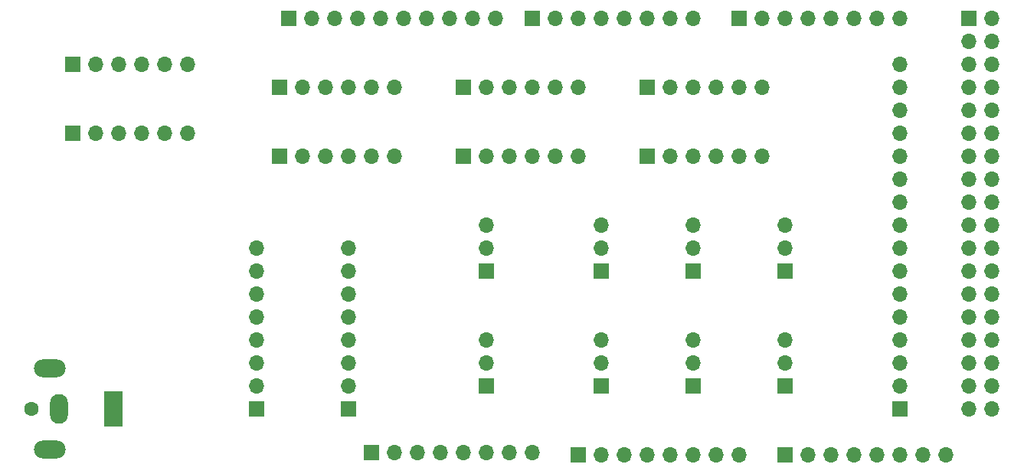
<source format=gbr>
%TF.GenerationSoftware,KiCad,Pcbnew,(7.0.0)*%
%TF.CreationDate,2023-03-06T13:52:23-05:00*%
%TF.ProjectId,warmingTray_v2,7761726d-696e-4675-9472-61795f76322e,rev?*%
%TF.SameCoordinates,Original*%
%TF.FileFunction,Soldermask,Bot*%
%TF.FilePolarity,Negative*%
%FSLAX46Y46*%
G04 Gerber Fmt 4.6, Leading zero omitted, Abs format (unit mm)*
G04 Created by KiCad (PCBNEW (7.0.0)) date 2023-03-06 13:52:23*
%MOMM*%
%LPD*%
G01*
G04 APERTURE LIST*
%ADD10R,1.700000X1.700000*%
%ADD11O,1.700000X1.700000*%
%ADD12C,1.600000*%
%ADD13R,2.000000X4.000000*%
%ADD14O,2.000000X3.300000*%
%ADD15O,3.500000X2.000000*%
G04 APERTURE END LIST*
D10*
%TO.C,PAD5-1*%
X129539999Y-114299999D03*
D11*
X129539999Y-111759999D03*
X129539999Y-109219999D03*
X129539999Y-106679999D03*
X129539999Y-104139999D03*
X129539999Y-101599999D03*
X129539999Y-99059999D03*
X129539999Y-96519999D03*
%TD*%
D10*
%TO.C,P1*%
X142239999Y-119125999D03*
D11*
X144779999Y-119125999D03*
X147319999Y-119125999D03*
X149859999Y-119125999D03*
X152399999Y-119125999D03*
X154939999Y-119125999D03*
X157479999Y-119125999D03*
X160019999Y-119125999D03*
%TD*%
D10*
%TO.C,TR4*%
X187959999Y-99059999D03*
D11*
X187959999Y-96519999D03*
X187959999Y-93979999D03*
%TD*%
D10*
%TO.C,TR6*%
X167639999Y-111759999D03*
D11*
X167639999Y-109219999D03*
X167639999Y-106679999D03*
%TD*%
D10*
%TO.C,BO5*%
X109219999Y-83819999D03*
D11*
X111759999Y-83819999D03*
X114299999Y-83819999D03*
X116839999Y-83819999D03*
X119379999Y-83819999D03*
X121919999Y-83819999D03*
%TD*%
D10*
%TO.C,TR5*%
X154939999Y-111759999D03*
D11*
X154939999Y-109219999D03*
X154939999Y-106679999D03*
%TD*%
D10*
%TO.C,BO8*%
X172719999Y-86359999D03*
D11*
X175259999Y-86359999D03*
X177799999Y-86359999D03*
X180339999Y-86359999D03*
X182879999Y-86359999D03*
X185419999Y-86359999D03*
%TD*%
D10*
%TO.C,BO3*%
X152399999Y-78739999D03*
D11*
X154939999Y-78739999D03*
X157479999Y-78739999D03*
X160019999Y-78739999D03*
X162559999Y-78739999D03*
X165099999Y-78739999D03*
%TD*%
D10*
%TO.C,TR1*%
X154939999Y-99059999D03*
D11*
X154939999Y-96519999D03*
X154939999Y-93979999D03*
%TD*%
D10*
%TO.C,BO7*%
X152399999Y-86359999D03*
D11*
X154939999Y-86359999D03*
X157479999Y-86359999D03*
X160019999Y-86359999D03*
X162559999Y-86359999D03*
X165099999Y-86359999D03*
%TD*%
D10*
%TO.C,P4*%
X208279999Y-71119999D03*
D11*
X210819999Y-71119999D03*
X208279999Y-73659999D03*
X210819999Y-73659999D03*
X208279999Y-76199999D03*
X210819999Y-76199999D03*
X208279999Y-78739999D03*
X210819999Y-78739999D03*
X208279999Y-81279999D03*
X210819999Y-81279999D03*
X208279999Y-83819999D03*
X210819999Y-83819999D03*
X208279999Y-86359999D03*
X210819999Y-86359999D03*
X208279999Y-88899999D03*
X210819999Y-88899999D03*
X208279999Y-91439999D03*
X210819999Y-91439999D03*
X208279999Y-93979999D03*
X210819999Y-93979999D03*
X208279999Y-96519999D03*
X210819999Y-96519999D03*
X208279999Y-99059999D03*
X210819999Y-99059999D03*
X208279999Y-101599999D03*
X210819999Y-101599999D03*
X208279999Y-104139999D03*
X210819999Y-104139999D03*
X208279999Y-106679999D03*
X210819999Y-106679999D03*
X208279999Y-109219999D03*
X210819999Y-109219999D03*
X208279999Y-111759999D03*
X210819999Y-111759999D03*
X208279999Y-114299999D03*
X210819999Y-114299999D03*
%TD*%
D10*
%TO.C,PAD1-1*%
X139699999Y-114299999D03*
D11*
X139699999Y-111759999D03*
X139699999Y-109219999D03*
X139699999Y-106679999D03*
X139699999Y-104139999D03*
X139699999Y-101599999D03*
X139699999Y-99059999D03*
X139699999Y-96519999D03*
%TD*%
D10*
%TO.C,BO2*%
X132079999Y-78739999D03*
D11*
X134619999Y-78739999D03*
X137159999Y-78739999D03*
X139699999Y-78739999D03*
X142239999Y-78739999D03*
X144779999Y-78739999D03*
%TD*%
D10*
%TO.C,TR3*%
X177799999Y-99059999D03*
D11*
X177799999Y-96519999D03*
X177799999Y-93979999D03*
%TD*%
D10*
%TO.C,BO1*%
X109219999Y-76199999D03*
D11*
X111759999Y-76199999D03*
X114299999Y-76199999D03*
X116839999Y-76199999D03*
X119379999Y-76199999D03*
X121919999Y-76199999D03*
%TD*%
D10*
%TO.C,P5*%
X133095999Y-71119999D03*
D11*
X135635999Y-71119999D03*
X138175999Y-71119999D03*
X140715999Y-71119999D03*
X143255999Y-71119999D03*
X145795999Y-71119999D03*
X148335999Y-71119999D03*
X150875999Y-71119999D03*
X153415999Y-71119999D03*
X155955999Y-71119999D03*
%TD*%
D10*
%TO.C,TR7*%
X177799999Y-111759999D03*
D11*
X177799999Y-109219999D03*
X177799999Y-106679999D03*
%TD*%
D10*
%TO.C,P7*%
X182879999Y-71119999D03*
D11*
X185419999Y-71119999D03*
X187959999Y-71119999D03*
X190499999Y-71119999D03*
X193039999Y-71119999D03*
X195579999Y-71119999D03*
X198119999Y-71119999D03*
X200659999Y-71119999D03*
%TD*%
D10*
%TO.C,TR8*%
X187959999Y-111759999D03*
D11*
X187959999Y-109219999D03*
X187959999Y-106679999D03*
%TD*%
D10*
%TO.C,LED1*%
X200659999Y-114299999D03*
D11*
X200659999Y-111759999D03*
X200659999Y-109219999D03*
X200659999Y-106679999D03*
X200659999Y-104139999D03*
X200659999Y-101599999D03*
X200659999Y-99059999D03*
X200659999Y-96519999D03*
X200659999Y-93979999D03*
X200659999Y-91439999D03*
X200659999Y-88899999D03*
X200659999Y-86359999D03*
X200659999Y-83819999D03*
X200659999Y-81279999D03*
X200659999Y-78739999D03*
X200659999Y-76199999D03*
%TD*%
D10*
%TO.C,BO6*%
X132079999Y-86359999D03*
D11*
X134619999Y-86359999D03*
X137159999Y-86359999D03*
X139699999Y-86359999D03*
X142239999Y-86359999D03*
X144779999Y-86359999D03*
%TD*%
D12*
%TO.C,J1*%
X104680000Y-114300000D03*
D13*
X113679999Y-114299999D03*
D14*
X107679999Y-114299999D03*
D15*
X106679999Y-109799999D03*
X106679999Y-118799999D03*
%TD*%
D10*
%TO.C,P3*%
X187959999Y-119379999D03*
D11*
X190499999Y-119379999D03*
X193039999Y-119379999D03*
X195579999Y-119379999D03*
X198119999Y-119379999D03*
X200659999Y-119379999D03*
X203199999Y-119379999D03*
X205739999Y-119379999D03*
%TD*%
D10*
%TO.C,TR2*%
X167639999Y-99059999D03*
D11*
X167639999Y-96519999D03*
X167639999Y-93979999D03*
%TD*%
D10*
%TO.C,P6*%
X160019999Y-71119999D03*
D11*
X162559999Y-71119999D03*
X165099999Y-71119999D03*
X167639999Y-71119999D03*
X170179999Y-71119999D03*
X172719999Y-71119999D03*
X175259999Y-71119999D03*
X177799999Y-71119999D03*
%TD*%
D10*
%TO.C,P2*%
X165099999Y-119379999D03*
D11*
X167639999Y-119379999D03*
X170179999Y-119379999D03*
X172719999Y-119379999D03*
X175259999Y-119379999D03*
X177799999Y-119379999D03*
X180339999Y-119379999D03*
X182879999Y-119379999D03*
%TD*%
D10*
%TO.C,BO4*%
X172719999Y-78739999D03*
D11*
X175259999Y-78739999D03*
X177799999Y-78739999D03*
X180339999Y-78739999D03*
X182879999Y-78739999D03*
X185419999Y-78739999D03*
%TD*%
M02*

</source>
